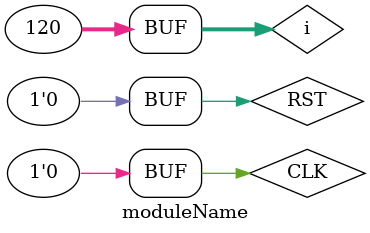
<source format=v>
module moduleName ();

reg CLK;
wire [31:0] OUT;
reg RST;
integer i;
SingleCpu SingleCpu1 (.CLK(CLK), .RST(RST), .OUT(OUT));

initial begin
    RST = 1;
    CLK = 0;
    #50;
    CLK = 1;
    #50
    RST = 0;
    CLK = 0;
    #50
    for(i=0; i<120; i=i+1) begin
        CLK = 1;
        #50
        CLK = 0;
        #50;
    end


end


// always begin
//     #6 CLK=0;
//     #4 CLK=1;
// end

    
endmodule
</source>
